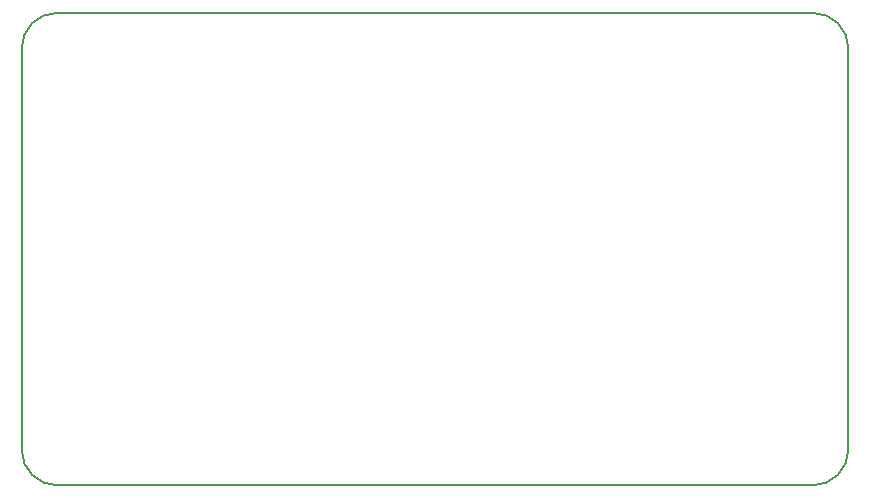
<source format=gbr>
%TF.GenerationSoftware,KiCad,Pcbnew,7.0.7*%
%TF.CreationDate,2024-01-02T18:34:25+01:00*%
%TF.ProjectId,maui feeder circuit,6d617569-2066-4656-9564-657220636972,1.0*%
%TF.SameCoordinates,Original*%
%TF.FileFunction,Profile,NP*%
%FSLAX46Y46*%
G04 Gerber Fmt 4.6, Leading zero omitted, Abs format (unit mm)*
G04 Created by KiCad (PCBNEW 7.0.7) date 2024-01-02 18:34:25*
%MOMM*%
%LPD*%
G01*
G04 APERTURE LIST*
%TA.AperFunction,Profile*%
%ADD10C,0.150000*%
%TD*%
G04 APERTURE END LIST*
D10*
X127000000Y-60000000D02*
G75*
G03*
X124000000Y-63000000I0J-3000000D01*
G01*
X194000000Y-63000000D02*
X194000000Y-97000000D01*
X191000000Y-100000000D02*
G75*
G03*
X194000000Y-97000000I0J3000000D01*
G01*
X124000000Y-97000000D02*
X124000000Y-63000000D01*
X124000000Y-97000000D02*
G75*
G03*
X127000000Y-100000000I3000000J0D01*
G01*
X127000000Y-60000000D02*
X191000000Y-60000000D01*
X194000000Y-63000000D02*
G75*
G03*
X191000000Y-60000000I-3000000J0D01*
G01*
X127000000Y-100000000D02*
X191000000Y-100000000D01*
M02*

</source>
